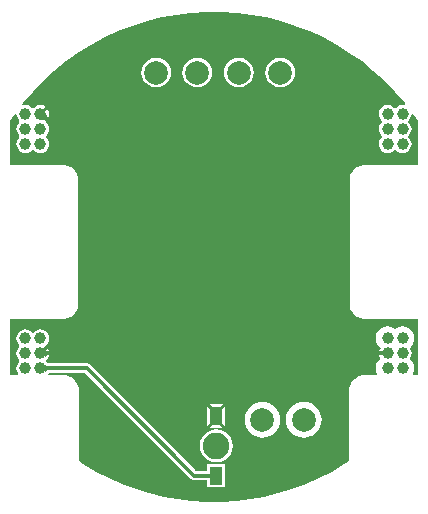
<source format=gbl>
G04*
G04 #@! TF.GenerationSoftware,Altium Limited,Altium Designer,20.1.8 (145)*
G04*
G04 Layer_Physical_Order=2*
G04 Layer_Color=16711680*
%FSTAX43Y43*%
%MOMM*%
G71*
G04*
G04 #@! TF.SameCoordinates,BC0BFB7A-5D47-4F10-95C9-8F0A950B5036*
G04*
G04*
G04 #@! TF.FilePolarity,Positive*
G04*
G01*
G75*
%ADD18C,0.300*%
%ADD20C,1.000*%
%ADD21C,2.250*%
%ADD22C,2.000*%
%ADD23R,1.000X1.500*%
G36*
X0106089Y0118295D02*
X0107365Y0118216D01*
X0108634Y0118059D01*
X0109891Y0117824D01*
X0111131Y0117512D01*
X0112349Y0117124D01*
X0113541Y0116662D01*
X0114703Y0116127D01*
X0115829Y0115522D01*
X0116916Y0114848D01*
X011796Y0114109D01*
X0118956Y0113307D01*
X01199Y0112445D01*
X012079Y0111527D01*
X0121622Y0110556D01*
X0121664Y01105D01*
X0121639Y011044D01*
X0121591Y0110386D01*
X0121419Y0110408D01*
X0121222Y0110382D01*
X0121038Y0110306D01*
X0120881Y0110185D01*
X0120847Y0110142D01*
X012072D01*
X0120686Y0110185D01*
X0120529Y0110306D01*
X0120346Y0110382D01*
X0120149Y0110408D01*
X0119952Y0110382D01*
X0119768Y0110306D01*
X0119611Y0110185D01*
X011949Y0110028D01*
X0119414Y0109845D01*
X0119388Y0109648D01*
X0119414Y0109451D01*
X011949Y0109267D01*
X0119611Y010911D01*
X0119655Y0109076D01*
Y0108949D01*
X0119611Y0108915D01*
X011949Y0108758D01*
X0119414Y0108575D01*
X0119388Y0108378D01*
X0119414Y0108181D01*
X011949Y0107997D01*
X0119611Y010784D01*
X0119655Y0107806D01*
Y0107679D01*
X0119611Y0107645D01*
X011949Y0107488D01*
X0119414Y0107305D01*
X0119388Y0107108D01*
X0119414Y0106911D01*
X011949Y0106727D01*
X0119611Y010657D01*
X0119768Y0106449D01*
X0119952Y0106373D01*
X0120149Y0106347D01*
X0120346Y0106373D01*
X0120529Y0106449D01*
X0120686Y010657D01*
X012072Y0106614D01*
X0120847D01*
X0120881Y010657D01*
X0121038Y0106449D01*
X0121222Y0106373D01*
X0121419Y0106347D01*
X0121616Y0106373D01*
X0121799Y0106449D01*
X0121956Y010657D01*
X0122077Y0106727D01*
X0122153Y0106911D01*
X0122179Y0107108D01*
X0122153Y0107305D01*
X0122077Y0107488D01*
X0121956Y0107645D01*
X0121912Y0107679D01*
Y0107806D01*
X0121956Y010784D01*
X0122077Y0107997D01*
X0122153Y0108181D01*
X0122179Y0108378D01*
X0122153Y0108575D01*
X0122077Y0108758D01*
X0121956Y0108915D01*
X0121912Y0108949D01*
Y0109076D01*
X0121956Y010911D01*
X0122077Y0109267D01*
X0122153Y0109451D01*
X0122175Y0109612D01*
X0122278Y0109652D01*
X0122302Y0109654D01*
X012239Y0109537D01*
X012269Y0109062D01*
Y0105313D01*
X0118199D01*
X0118193Y0105312D01*
X0118186Y0105313D01*
X0118088Y0105308D01*
X011807Y0105303D01*
X011805D01*
X0117858Y0105265D01*
X0117835Y0105255D01*
X011781Y010525D01*
X0117629Y0105175D01*
X0117607Y0105161D01*
X0117584Y0105151D01*
X0117421Y0105042D01*
X0117403Y0105024D01*
X0117381Y010501D01*
X0117243Y0104872D01*
X0117229Y010485D01*
X0117211Y0104832D01*
X0117102Y0104669D01*
X0117092Y0104646D01*
X0117078Y0104624D01*
X0117003Y0104443D01*
X0116998Y0104418D01*
X0116988Y0104395D01*
X011695Y0104203D01*
Y0104183D01*
X0116945Y0104165D01*
X011694Y0104067D01*
X0116941Y010406D01*
X011694Y0104054D01*
Y0093554D01*
X0116941Y0093548D01*
X011694Y0093541D01*
X0116945Y0093443D01*
X011695Y0093425D01*
Y0093405D01*
X0116988Y0093213D01*
X0116998Y009319D01*
X0117003Y0093165D01*
X0117078Y0092983D01*
X0117092Y0092962D01*
X0117102Y0092939D01*
X0117211Y0092776D01*
X0117229Y0092758D01*
X0117243Y0092736D01*
X0117381Y0092598D01*
X0117403Y0092584D01*
X0117421Y0092566D01*
X0117584Y0092457D01*
X0117607Y0092447D01*
X0117629Y0092433D01*
X011781Y0092358D01*
X0117835Y0092353D01*
X0117858Y0092343D01*
X011805Y0092305D01*
X011807D01*
X0118088Y00923D01*
X0118186Y0092295D01*
X0118193Y0092296D01*
X0118199Y0092295D01*
X012269D01*
Y0087513D01*
X0122368D01*
X0122307Y008764D01*
X0122393Y0087847D01*
X0122427Y0088108D01*
X0122393Y0088369D01*
X0122292Y0088612D01*
X0122132Y0088821D01*
X0122012Y0088913D01*
X0122077Y0088997D01*
X0122153Y0089181D01*
X0122179Y0089378D01*
X0122153Y0089575D01*
X0122077Y0089758D01*
X0122012Y0089843D01*
X0122132Y0089935D01*
X0122292Y0090143D01*
X0122393Y0090387D01*
X0122427Y0090648D01*
X0122393Y0090909D01*
X0122292Y0091152D01*
X0122132Y0091361D01*
X0121923Y0091521D01*
X012168Y0091622D01*
X0121419Y0091656D01*
X0121158Y0091622D01*
X0120914Y0091521D01*
X0120784Y0091421D01*
X0120653Y0091521D01*
X012041Y0091622D01*
X0120149Y0091656D01*
X0119888Y0091622D01*
X0119644Y0091521D01*
X0119436Y0091361D01*
X0119275Y0091152D01*
X0119174Y0090909D01*
X011914Y0090648D01*
X0119174Y0090387D01*
X0119275Y0090143D01*
X0119436Y0089935D01*
X0119555Y0089843D01*
X011949Y0089758D01*
X0119414Y0089575D01*
X0119388Y0089378D01*
X0119414Y0089181D01*
X011949Y0088997D01*
X0119555Y0088913D01*
X0119436Y0088821D01*
X0119275Y0088612D01*
X0119174Y0088369D01*
X011914Y0088108D01*
X0119174Y0087847D01*
X011926Y008764D01*
X01192Y0087513D01*
X0118149D01*
X0118143Y0087512D01*
X0118136Y0087513D01*
X0118038Y0087508D01*
X011802Y0087503D01*
X0118D01*
X0117808Y0087465D01*
X0117785Y0087455D01*
X011776Y008745D01*
X0117578Y0087375D01*
X0117557Y0087361D01*
X0117534Y0087351D01*
X0117371Y0087242D01*
X0117353Y0087224D01*
X0117331Y008721D01*
X0117193Y0087072D01*
X0117179Y008705D01*
X0117161Y0087032D01*
X0117052Y0086869D01*
X0117042Y0086846D01*
X0117028Y0086824D01*
X0116953Y0086643D01*
X0116948Y0086618D01*
X0116938Y0086595D01*
X01169Y0086403D01*
Y0086383D01*
X0116895Y0086365D01*
X011689Y0086267D01*
X0116891Y008626D01*
X011689Y0086254D01*
Y0080253D01*
X0116495Y0079989D01*
X0115438Y0079367D01*
X0114346Y0078808D01*
X0113223Y0078315D01*
X0112072Y0077889D01*
X0110899Y0077532D01*
X0109706Y0077245D01*
X0108498Y0077029D01*
X010728Y0076885D01*
X0106056Y0076813D01*
X0104829Y0076813D01*
X0103604Y0076886D01*
X0102386Y0077031D01*
X0101179Y0077248D01*
X0099986Y0077536D01*
X0098813Y0077894D01*
X0097663Y007832D01*
X009654Y0078814D01*
X0095448Y0079373D01*
X0094391Y0079996D01*
X0093997Y0080261D01*
Y0086262D01*
X0093995Y0086268D01*
X0093996Y0086275D01*
X0093991Y0086373D01*
X0093987Y0086391D01*
Y008641D01*
X0093948Y0086603D01*
X0093939Y0086626D01*
X0093934Y0086651D01*
X0093859Y0086832D01*
X0093845Y0086854D01*
X0093835Y0086877D01*
X0093726Y008704D01*
X0093708Y0087058D01*
X0093694Y0087079D01*
X0093555Y0087218D01*
X0093534Y0087232D01*
X0093516Y008725D01*
X0093353Y0087359D01*
X0093329Y0087369D01*
X0093308Y0087383D01*
X0093127Y0087458D01*
X0093102Y0087463D01*
X0093078Y0087473D01*
X0092886Y0087511D01*
X0092867D01*
X0092848Y0087516D01*
X009275Y0087521D01*
X0092744Y008752D01*
X0092738Y0087521D01*
X0091509D01*
X0091462Y0087568D01*
X0091437Y0087648D01*
X0091483Y0087695D01*
X0091484Y0087695D01*
X0091492Y0087696D01*
X0094546D01*
X0103504Y0078738D01*
X0103638Y0078648D01*
X0103795Y0078617D01*
X0104895D01*
Y0078025D01*
X0106403D01*
Y0080033D01*
X0104895D01*
Y0079441D01*
X0103966D01*
X0095008Y0088399D01*
X0094874Y0088488D01*
X0094717Y008852D01*
X0091492D01*
X0091484Y0088521D01*
X0091463Y0088525D01*
X0091442Y0088532D01*
X009142Y0088542D01*
X0091397Y0088554D01*
X0091372Y008857D01*
X0091346Y0088589D01*
X0091319Y0088612D01*
X0091293Y0088637D01*
X0091286Y0088645D01*
X0091242Y0088679D01*
Y0088806D01*
X0091286Y008884D01*
X0091407Y0088997D01*
X0091483Y0089181D01*
X0091489Y0089226D01*
X0091481Y0089226D01*
X0091437Y008922D01*
X0091394Y008921D01*
X0091351Y0089196D01*
X0091309Y0089178D01*
X0091267Y0089156D01*
X0091226Y008913D01*
X0091185Y00891D01*
X0091145Y0089066D01*
X0091106Y0089028D01*
Y0089555D01*
X0090839Y0089288D01*
X0090659Y0089468D01*
X0091242Y0090051D01*
Y0090076D01*
X0091286Y009011D01*
X0091407Y0090267D01*
X0091483Y0090451D01*
X0091509Y0090648D01*
X0091483Y0090845D01*
X0091407Y0091028D01*
X0091286Y0091185D01*
X0091129Y0091306D01*
X0090946Y0091382D01*
X0090749Y0091408D01*
X0090552Y0091382D01*
X0090368Y0091306D01*
X0090211Y0091185D01*
X0090177Y0091142D01*
X009005D01*
X0090016Y0091185D01*
X0089859Y0091306D01*
X0089676Y0091382D01*
X0089479Y0091408D01*
X0089282Y0091382D01*
X0089098Y0091306D01*
X0088941Y0091185D01*
X008882Y0091028D01*
X0088744Y0090845D01*
X0088718Y0090648D01*
X0088744Y0090451D01*
X008882Y0090267D01*
X0088941Y009011D01*
X0088985Y0090076D01*
Y0089949D01*
X0088941Y0089915D01*
X008882Y0089758D01*
X0088744Y0089575D01*
X0088718Y0089378D01*
X0088744Y0089181D01*
X008882Y0088997D01*
X0088941Y008884D01*
X0088985Y0088806D01*
Y0088679D01*
X0088941Y0088645D01*
X008882Y0088488D01*
X0088744Y0088305D01*
X0088718Y0088108D01*
X0088744Y0087911D01*
X008882Y0087727D01*
X0088881Y0087648D01*
X0088819Y0087521D01*
X0088197D01*
Y0092295D01*
X0092699D01*
X0092705Y0092296D01*
X0092712Y0092295D01*
X009281Y00923D01*
X0092828Y0092305D01*
X0092848D01*
X009304Y0092343D01*
X0093063Y0092353D01*
X0093088Y0092358D01*
X009327Y0092433D01*
X0093291Y0092447D01*
X0093314Y0092457D01*
X0093477Y0092566D01*
X0093495Y0092584D01*
X0093517Y0092598D01*
X0093655Y0092736D01*
X0093669Y0092758D01*
X0093687Y0092776D01*
X0093796Y0092939D01*
X0093806Y0092962D01*
X009382Y0092983D01*
X0093895Y0093165D01*
X00939Y009319D01*
X009391Y0093213D01*
X0093948Y0093405D01*
Y0093425D01*
X0093953Y0093443D01*
X0093958Y0093541D01*
X0093957Y0093548D01*
X0093958Y0093554D01*
Y0104054D01*
X0093957Y010406D01*
X0093958Y0104067D01*
X0093953Y0104165D01*
X0093948Y0104183D01*
Y0104203D01*
X009391Y0104395D01*
X00939Y0104418D01*
X0093895Y0104443D01*
X009382Y0104624D01*
X0093806Y0104646D01*
X0093796Y0104669D01*
X0093687Y0104832D01*
X0093669Y010485D01*
X0093655Y0104872D01*
X0093517Y010501D01*
X0093495Y0105024D01*
X0093477Y0105042D01*
X0093314Y0105151D01*
X0093291Y0105161D01*
X0093269Y0105175D01*
X0093088Y010525D01*
X0093063Y0105255D01*
X009304Y0105265D01*
X0092848Y0105303D01*
X0092828D01*
X009281Y0105308D01*
X0092712Y0105313D01*
X0092705Y0105312D01*
X0092699Y0105313D01*
X0088197D01*
X0088197Y0109067D01*
X0088506Y0109535D01*
X0088595Y0109653D01*
X0088617Y0109652D01*
X0088723Y0109611D01*
X0088744Y0109451D01*
X008882Y0109267D01*
X0088941Y010911D01*
X0088985Y0109076D01*
Y0108949D01*
X0088941Y0108915D01*
X008882Y0108758D01*
X0088744Y0108575D01*
X0088718Y0108378D01*
X0088744Y0108181D01*
X008882Y0107997D01*
X0088941Y010784D01*
X0088985Y0107806D01*
Y0107679D01*
X0088941Y0107645D01*
X008882Y0107488D01*
X0088744Y0107305D01*
X0088718Y0107108D01*
X0088744Y0106911D01*
X008882Y0106727D01*
X0088941Y010657D01*
X0089098Y0106449D01*
X0089282Y0106373D01*
X0089479Y0106347D01*
X0089676Y0106373D01*
X0089859Y0106449D01*
X0090016Y010657D01*
X009005Y0106614D01*
X0090177D01*
X0090211Y010657D01*
X0090368Y0106449D01*
X0090552Y0106373D01*
X0090749Y0106347D01*
X0090946Y0106373D01*
X0091129Y0106449D01*
X0091286Y010657D01*
X0091407Y0106727D01*
X0091483Y0106911D01*
X0091509Y0107108D01*
X0091483Y0107305D01*
X0091407Y0107488D01*
X0091286Y0107645D01*
X0091242Y0107679D01*
Y0107806D01*
X0091286Y010784D01*
X0091407Y0107997D01*
X0091483Y0108181D01*
X0091509Y0108378D01*
X0091483Y0108575D01*
X0091407Y0108758D01*
X0091286Y0108915D01*
X0091242Y0108949D01*
Y0109047D01*
X0091224Y0109064D01*
X0091188Y0109091D01*
X009115Y0109113D01*
X009111Y0109131D01*
X0091068Y0109146D01*
X0091025Y0109156D01*
X0090979Y0109161D01*
X0090931Y0109163D01*
X0090881Y0109161D01*
X0090829Y0109154D01*
X0091244Y0109718D01*
X0091253Y0109662D01*
X0091278Y0109558D01*
X0091294Y010951D01*
X0091312Y0109465D01*
X0091332Y0109422D01*
X0091355Y0109382D01*
X009138Y0109345D01*
X0091407Y0109311D01*
X009142Y0109297D01*
X0091483Y0109451D01*
X0091509Y0109648D01*
X0091483Y0109845D01*
X0091407Y0110028D01*
X0091364Y0110084D01*
X0090839Y0109558D01*
X0090659Y0109738D01*
X0091185Y0110263D01*
X0091129Y0110306D01*
X0090946Y0110382D01*
X0090749Y0110408D01*
X0090552Y0110382D01*
X0090368Y0110306D01*
X0090211Y0110185D01*
X0090177Y0110142D01*
X009005D01*
X0090016Y0110185D01*
X0089859Y0110306D01*
X0089676Y0110382D01*
X0089479Y0110408D01*
X0089307Y0110386D01*
X0089258Y0110442D01*
X0089234Y01105D01*
X0089276Y0110556D01*
X0090108Y0111527D01*
X0090998Y0112446D01*
X0091942Y0113308D01*
X0092938Y0114109D01*
X0093982Y0114849D01*
X0095069Y0115522D01*
X0096195Y0116127D01*
X0097357Y0116662D01*
X0098549Y0117124D01*
X0099768Y0117512D01*
X0101008Y0117824D01*
X0102264Y0118059D01*
X0103534Y0118216D01*
X010481Y0118295D01*
X0106089Y0118295D01*
D02*
G37*
G36*
X0091145Y008842D02*
X0091185Y0088386D01*
X0091226Y0088356D01*
X0091267Y008833D01*
X0091309Y0088308D01*
X0091351Y008829D01*
X0091394Y0088276D01*
X0091437Y0088266D01*
X0091481Y008826D01*
X0091526Y0088258D01*
Y0087958D01*
X0091481Y0087956D01*
X0091437Y008795D01*
X0091394Y008794D01*
X0091351Y0087926D01*
X0091309Y0087908D01*
X0091267Y0087886D01*
X0091226Y008786D01*
X0091185Y008783D01*
X0091145Y0087796D01*
X0091106Y0087758D01*
Y0088458D01*
X0091145Y008842D01*
D02*
G37*
%LPC*%
G36*
X0111049Y0114419D02*
X0110722Y0114376D01*
X0110417Y0114249D01*
X0110155Y0114048D01*
X0109954Y0113786D01*
X0109827Y0113481D01*
X0109784Y0113154D01*
X0109827Y0112827D01*
X0109954Y0112522D01*
X0110155Y011226D01*
X0110417Y0112059D01*
X0110722Y0111932D01*
X0111049Y0111889D01*
X0111376Y0111932D01*
X0111681Y0112059D01*
X0111943Y011226D01*
X0112144Y0112522D01*
X0112271Y0112827D01*
X0112314Y0113154D01*
X0112271Y0113481D01*
X0112144Y0113786D01*
X0111943Y0114048D01*
X0111681Y0114249D01*
X0111376Y0114376D01*
X0111049Y0114419D01*
D02*
G37*
G36*
X0107549D02*
X0107222Y0114376D01*
X0106917Y0114249D01*
X0106655Y0114048D01*
X0106454Y0113786D01*
X0106327Y0113481D01*
X0106284Y0113154D01*
X0106327Y0112827D01*
X0106454Y0112522D01*
X0106655Y011226D01*
X0106917Y0112059D01*
X0107222Y0111932D01*
X0107549Y0111889D01*
X0107876Y0111932D01*
X0108181Y0112059D01*
X0108443Y011226D01*
X0108644Y0112522D01*
X0108771Y0112827D01*
X0108814Y0113154D01*
X0108771Y0113481D01*
X0108644Y0113786D01*
X0108443Y0114048D01*
X0108181Y0114249D01*
X0107876Y0114376D01*
X0107549Y0114419D01*
D02*
G37*
G36*
X0104049D02*
X0103722Y0114376D01*
X0103417Y0114249D01*
X0103155Y0114048D01*
X0102954Y0113786D01*
X0102827Y0113481D01*
X0102784Y0113154D01*
X0102827Y0112827D01*
X0102954Y0112522D01*
X0103155Y011226D01*
X0103417Y0112059D01*
X0103722Y0111932D01*
X0104049Y0111889D01*
X0104376Y0111932D01*
X0104681Y0112059D01*
X0104943Y011226D01*
X0105144Y0112522D01*
X0105271Y0112827D01*
X0105314Y0113154D01*
X0105271Y0113481D01*
X0105144Y0113786D01*
X0104943Y0114048D01*
X0104681Y0114249D01*
X0104376Y0114376D01*
X0104049Y0114419D01*
D02*
G37*
G36*
X0100549D02*
X0100222Y0114376D01*
X0099917Y0114249D01*
X0099655Y0114048D01*
X0099454Y0113786D01*
X0099327Y0113481D01*
X0099284Y0113154D01*
X0099327Y0112827D01*
X0099454Y0112522D01*
X0099655Y011226D01*
X0099917Y0112059D01*
X0100222Y0111932D01*
X0100549Y0111889D01*
X0100876Y0111932D01*
X0101181Y0112059D01*
X0101443Y011226D01*
X0101644Y0112522D01*
X0101771Y0112827D01*
X0101814Y0113154D01*
X0101771Y0113481D01*
X0101644Y0113786D01*
X0101443Y0114048D01*
X0101181Y0114249D01*
X0100876Y0114376D01*
X0100549Y0114419D01*
D02*
G37*
G36*
X0091364Y0089814D02*
X0091197Y0089647D01*
X0091226Y0089626D01*
X0091267Y00896D01*
X0091309Y0089578D01*
X0091351Y008956D01*
X0091394Y0089546D01*
X0091437Y0089536D01*
X0091481Y008953D01*
X0091489Y0089529D01*
X0091483Y0089575D01*
X0091407Y0089758D01*
X0091364Y0089814D01*
D02*
G37*
G36*
X0106223Y0085083D02*
X0105075D01*
X0105649Y0084509D01*
X0106223Y0085083D01*
D02*
G37*
G36*
X0106403Y0084903D02*
X0105739Y0084239D01*
X0105649Y0084329D01*
X0105559Y0084239D01*
X0104895Y0084903D01*
Y0083255D01*
X0105559Y0083919D01*
X0105649Y0083829D01*
X0105739Y0083919D01*
X0106403Y0083255D01*
Y0084903D01*
D02*
G37*
G36*
X0105649Y0083649D02*
X0105075Y0083075D01*
X0106223D01*
X0105649Y0083649D01*
D02*
G37*
G36*
X0113049Y0085261D02*
X0112755Y0085232D01*
X0112472Y0085147D01*
X0112212Y0085007D01*
X0111983Y008482D01*
X0111796Y0084591D01*
X0111656Y0084331D01*
X0111571Y0084048D01*
X0111542Y0083754D01*
X0111571Y008346D01*
X0111656Y0083177D01*
X0111796Y0082917D01*
X0111983Y0082688D01*
X0112212Y0082501D01*
X0112472Y0082361D01*
X0112755Y0082276D01*
X0113049Y0082247D01*
X0113343Y0082276D01*
X0113626Y0082361D01*
X0113886Y0082501D01*
X0114115Y0082688D01*
X0114302Y0082917D01*
X0114442Y0083177D01*
X0114527Y008346D01*
X0114556Y0083754D01*
X0114527Y0084048D01*
X0114442Y0084331D01*
X0114302Y0084591D01*
X0114115Y008482D01*
X0113886Y0085007D01*
X0113626Y0085147D01*
X0113343Y0085232D01*
X0113049Y0085261D01*
D02*
G37*
G36*
X0109549D02*
X0109255Y0085232D01*
X0108972Y0085147D01*
X0108712Y0085007D01*
X0108483Y008482D01*
X0108296Y0084591D01*
X0108156Y0084331D01*
X0108071Y0084048D01*
X0108042Y0083754D01*
X0108071Y008346D01*
X0108156Y0083177D01*
X0108296Y0082917D01*
X0108483Y0082688D01*
X0108712Y0082501D01*
X0108972Y0082361D01*
X0109255Y0082276D01*
X0109549Y0082247D01*
X0109843Y0082276D01*
X0110126Y0082361D01*
X0110386Y0082501D01*
X0110615Y0082688D01*
X0110802Y0082917D01*
X0110942Y0083177D01*
X0111027Y008346D01*
X0111056Y0083754D01*
X0111027Y0084048D01*
X0110942Y0084331D01*
X0110802Y0084591D01*
X0110615Y008482D01*
X0110386Y0085007D01*
X0110126Y0085147D01*
X0109843Y0085232D01*
X0109549Y0085261D01*
D02*
G37*
G36*
X0105649Y0082945D02*
X0105289Y0082898D01*
X0104954Y0082759D01*
X0104665Y0082538D01*
X0104444Y0082249D01*
X0104305Y0081914D01*
X0104258Y0081554D01*
X0104305Y0081194D01*
X0104444Y0080859D01*
X0104665Y008057D01*
X0104954Y0080349D01*
X0105289Y008021D01*
X0105649Y0080163D01*
X0106009Y008021D01*
X0106344Y0080349D01*
X0106633Y008057D01*
X0106854Y0080859D01*
X0106993Y0081194D01*
X010704Y0081554D01*
X0106993Y0081914D01*
X0106854Y0082249D01*
X0106633Y0082538D01*
X0106344Y0082759D01*
X0106009Y0082898D01*
X0105649Y0082945D01*
D02*
G37*
%LPD*%
D18*
X0090749Y0089378D02*
X0091774D01*
X0120142Y0089385D02*
X0120149Y0089378D01*
X0119118Y0089385D02*
X0120142D01*
X0090749Y0109648D02*
X0090855D01*
X0091449Y0109054D01*
X0094717Y0088108D02*
X0103795Y0079029D01*
X0105649D01*
X0090749Y0088108D02*
X0094717D01*
D20*
X0089479Y0109648D02*
D03*
X0090749D02*
D03*
X0089479Y0108378D02*
D03*
X0090749D02*
D03*
X0089479Y0107108D02*
D03*
X0090749D02*
D03*
X0120149Y0090648D02*
D03*
X0121419D02*
D03*
X0120149Y0089378D02*
D03*
X0121419D02*
D03*
X0120149Y0088108D02*
D03*
X0121419D02*
D03*
Y0107108D02*
D03*
X0120149D02*
D03*
X0121419Y0108378D02*
D03*
X0120149D02*
D03*
X0121419Y0109648D02*
D03*
X0120149D02*
D03*
X0090749Y0088108D02*
D03*
X0089479D02*
D03*
X0090749Y0089378D02*
D03*
X0089479D02*
D03*
X0090749Y0090648D02*
D03*
X0089479D02*
D03*
D21*
X0105649Y0081554D02*
D03*
D22*
X0100549Y0113154D02*
D03*
X0104049D02*
D03*
X0107549D02*
D03*
X0111049D02*
D03*
X0109549Y0083754D02*
D03*
X0113049D02*
D03*
D23*
X0105649Y0079029D02*
D03*
X0105649Y0084079D02*
D03*
M02*

</source>
